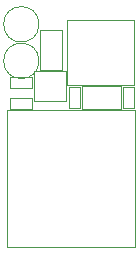
<source format=gbr>
G04 #@! TF.GenerationSoftware,KiCad,Pcbnew,(5.1.2)-2*
G04 #@! TF.CreationDate,2019-09-12T19:32:37+02:00*
G04 #@! TF.ProjectId,braunAdapterUSBC,62726175-6e41-4646-9170-746572555342,rev?*
G04 #@! TF.SameCoordinates,Original*
G04 #@! TF.FileFunction,Other,User*
%FSLAX46Y46*%
G04 Gerber Fmt 4.6, Leading zero omitted, Abs format (unit mm)*
G04 Created by KiCad (PCBNEW (5.1.2)-2) date 2019-09-12 19:32:37*
%MOMM*%
%LPD*%
G04 APERTURE LIST*
%ADD10C,0.050000*%
G04 APERTURE END LIST*
D10*
X-300000Y13450000D02*
X-300000Y7950000D01*
X-300000Y7950000D02*
X5300000Y7950000D01*
X5300000Y7950000D02*
X5300000Y13450000D01*
X5300000Y13450000D02*
X-300000Y13450000D01*
X-5390000Y-5730000D02*
X-5390000Y5870000D01*
X5390000Y-5730000D02*
X-5390000Y-5730000D01*
X5390000Y5870000D02*
X5390000Y-5730000D01*
X-5390000Y5870000D02*
X5390000Y5870000D01*
X4280000Y5950000D02*
X920000Y5950000D01*
X4280000Y7850000D02*
X4280000Y5950000D01*
X920000Y7850000D02*
X4280000Y7850000D01*
X920000Y5950000D02*
X920000Y7850000D01*
X-2650000Y12580000D02*
X-750000Y12580000D01*
X-750000Y12580000D02*
X-750000Y9220000D01*
X-750000Y9220000D02*
X-2650000Y9220000D01*
X-2650000Y9220000D02*
X-2650000Y12580000D01*
X5370000Y5970000D02*
X4430000Y5970000D01*
X4430000Y5970000D02*
X4430000Y7830000D01*
X4430000Y7830000D02*
X5370000Y7830000D01*
X5370000Y7830000D02*
X5370000Y5970000D01*
X770000Y7830000D02*
X770000Y5970000D01*
X-170000Y7830000D02*
X770000Y7830000D01*
X-170000Y5970000D02*
X-170000Y7830000D01*
X770000Y5970000D02*
X-170000Y5970000D01*
X-5130000Y8670000D02*
X-3270000Y8670000D01*
X-5130000Y7730000D02*
X-5130000Y8670000D01*
X-3270000Y7730000D02*
X-5130000Y7730000D01*
X-3270000Y8670000D02*
X-3270000Y7730000D01*
X-3270000Y5930000D02*
X-5130000Y5930000D01*
X-3270000Y6870000D02*
X-3270000Y5930000D01*
X-5130000Y6870000D02*
X-3270000Y6870000D01*
X-5130000Y5930000D02*
X-5130000Y6870000D01*
X-2700000Y13100000D02*
G75*
G03X-2700000Y13100000I-1500000J0D01*
G01*
X-2700000Y10000000D02*
G75*
G03X-2700000Y10000000I-1500000J0D01*
G01*
X-3150000Y9125001D02*
X-450000Y9125001D01*
X-3150000Y9125001D02*
X-3150000Y6625001D01*
X-450000Y6625001D02*
X-450000Y9125001D01*
X-450000Y6625001D02*
X-3150000Y6625001D01*
M02*

</source>
